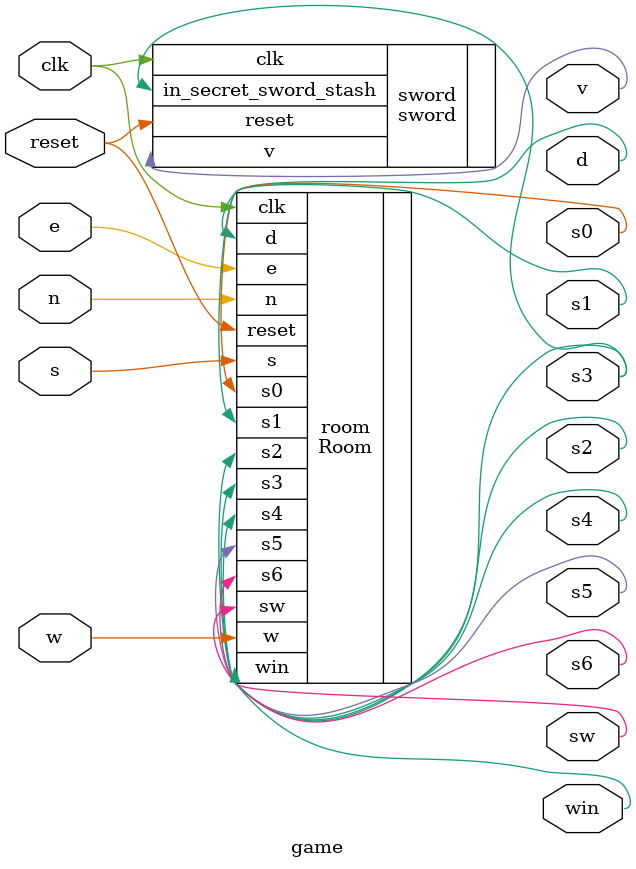
<source format=sv>
module game (
    input logic clk,n,s,e,w,reset, 

    output logic s6,win,s5,d,s4,s3,sw,s2,s1,s0,v 
    );

    // Instantiate the Room FSM
    Room room (
        .clk(clk),
        .n(n),
        .s(s),
        .e(e),
        .w(w),
        .reset(reset),
        .s6(s6),
        .win(win),
        .s5(s5),
        .d(d),
        .s4(s4),
        .s3(s3),
        .sw(sw),
        .s2(s2),
        .s1(s1),
        .s0(s0)
    );

    // Instantiate the Sword FSM
    sword sword (
        .clk(clk),
        .reset(reset),
        .in_secret_sword_stash(s3),  
        .v(v)
    );

endmodule

//module tb_game_win();
    //logic clk, n, s, e, w, reset;
    //logic s6, win, s5, d, s4, s3, sw, s2, s1, s0, v;

    //game uut (
        //.clk(clk),
        //.n(n),
        //.s(s),
        //.e(e),
        //.w(w),
        //.reset(reset),
        //.s6(s6),
        //.win(win),
        //.s5(s5),
        //.d(d),
        //.s4(s4),
        //.s3(s3),
        //.sw(sw),
        //.s2(s2),
        //.s1(s1),
        //.s0(s0),
        //.v(v)
    //);

    
    //always #5 clk = ~clk;

    // Test scenario for winning the game
        //clk = 0; n = 0; s = 0; e = 0; w = 0; reset = 1;

        //#10 reset = 0;

        // Step 1: Move East from Cave of Cacophony (s0) to Twisty Tunnel (s1)
        //#10 e = 1;
        //#10 e = 0;
        

        // Step 2: Move South from Twisty Tunnel (s1) to Rapid River (s2)
        //#10 s = 1;
        //#10 s = 0;
        

        // Step 3: Move West from Rapid River (s2) to Secret Sword Stash (s3)
        //#10 w = 1;
        //#10 w = 0;
        

        // Step 4: Move East back to Rapid River (s2)
        //#10 e = 1;
        //#10 e = 0;
        

        // Step 5: Move South-East from Rapid River (s2) to Dragon Den (s4)
        //#10 s = 1; e = 1;
        //#10 s = 0; e = 0;
        

        // Step 6: Move North with the sword (v) to Victory Vault (win)
        //#10 n = 1;
        //#10 n = 0;
        

        // Finish simulation
        //#10 $finish;
    //end

//endmodule

//module tb_game_lose();
    //logic clk, n, s, e, w, reset;
    //logic s6, win, s5, d, s4, s3, sw, s2, s1, s0, v;

    //game uut (
        //.clk(clk),
        //.n(n),
        //.s(s),
        //.e(e),
        //.w(w),
        //.reset(reset),
        //.s6(s6),
        //.win(win),
        //.s5(s5),
        //.d(d),
        //.s4(s4),
        //.s3(s3),
        //.sw(sw),
        //.s2(s2),
        //.s1(s1),
        //.s0(s0),
        //.v(v)
    //);

    //always #5 clk = ~clk;

    // Test scenario for losing the game
    //initial begin
        //clk = 0; n = 0; s = 0; e = 0; w = 0; reset = 1;

        //#10 reset = 0;

        // Step 1: Move East from Cave of Cacophony (s0) to Twisty Tunnel (s1)
        //#10 e = 1;
        //#10 e = 0;

        // Step 2: Move South from Twisty Tunnel (s1) to Rapid River (s2)
        //#10 s = 1;
        //#10 s = 0;

        // Step 3: Move South-East from Rapid River (s2) to Dragon Den (s4)
        //#10 s = 1; e = 1;
        //#10 s = 0; e = 0;
        
        // Step 4: Move North without the sword (v = 0) to Grievous Graveyard (d)
        //#10 n = 1;
        //#10 n = 0;

        //#10 $finish;
    //end

//endmodule


</source>
